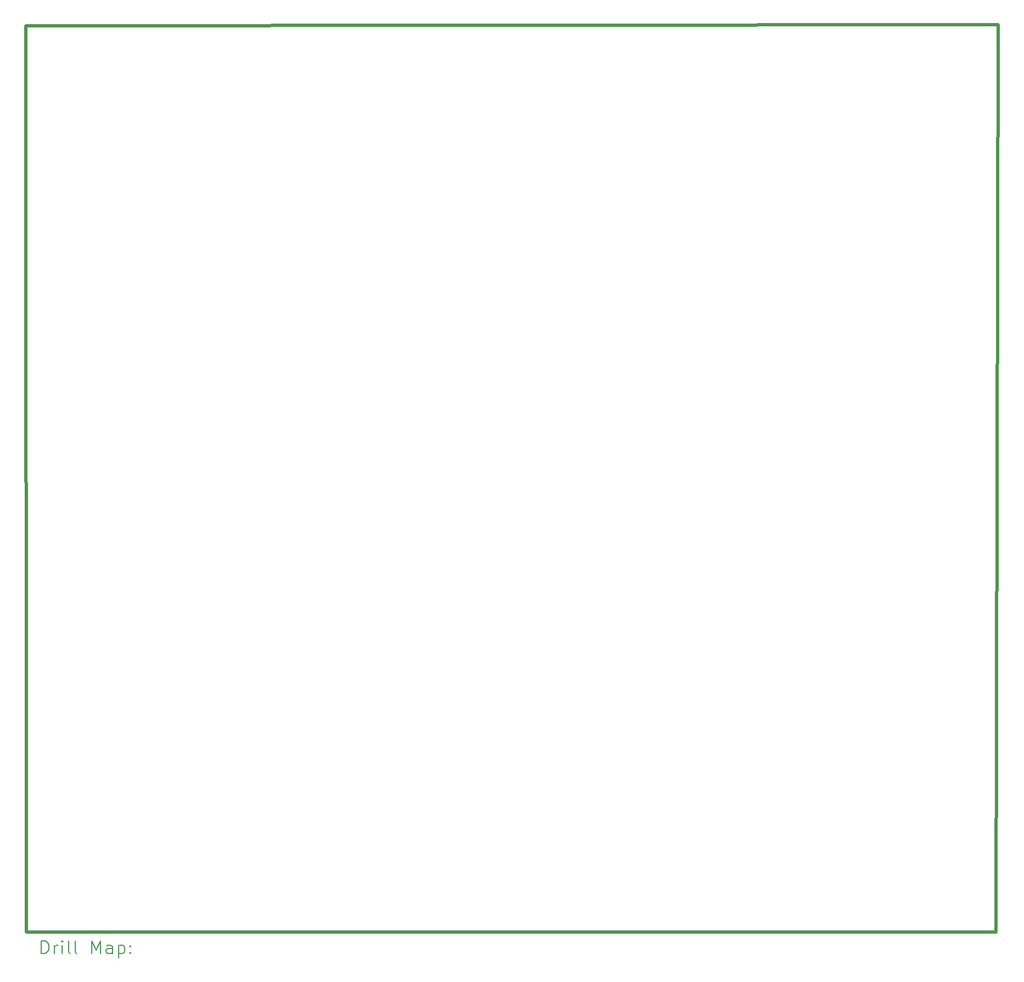
<source format=gbr>
%TF.GenerationSoftware,KiCad,Pcbnew,7.0.6*%
%TF.CreationDate,2024-01-22T18:50:32-05:00*%
%TF.ProjectId,CHESSmate PCB,43484553-536d-4617-9465-205043422e6b,rev?*%
%TF.SameCoordinates,Original*%
%TF.FileFunction,Drillmap*%
%TF.FilePolarity,Positive*%
%FSLAX45Y45*%
G04 Gerber Fmt 4.5, Leading zero omitted, Abs format (unit mm)*
G04 Created by KiCad (PCBNEW 7.0.6) date 2024-01-22 18:50:32*
%MOMM*%
%LPD*%
G01*
G04 APERTURE LIST*
%ADD10C,0.499998*%
%ADD11C,0.200000*%
G04 APERTURE END LIST*
D10*
X4135000Y-2483000D02*
X19120000Y-2468000D01*
X4137000Y-16456000D02*
X4135000Y-2483000D01*
X19085649Y-16456649D02*
X4137000Y-16456000D01*
X19120000Y-2468000D02*
X19085649Y-16456649D01*
D11*
X4370777Y-16793133D02*
X4370777Y-16593133D01*
X4370777Y-16593133D02*
X4418396Y-16593133D01*
X4418396Y-16593133D02*
X4446967Y-16602656D01*
X4446967Y-16602656D02*
X4466015Y-16621704D01*
X4466015Y-16621704D02*
X4475539Y-16640752D01*
X4475539Y-16640752D02*
X4485063Y-16678847D01*
X4485063Y-16678847D02*
X4485063Y-16707418D01*
X4485063Y-16707418D02*
X4475539Y-16745514D01*
X4475539Y-16745514D02*
X4466015Y-16764561D01*
X4466015Y-16764561D02*
X4446967Y-16783609D01*
X4446967Y-16783609D02*
X4418396Y-16793133D01*
X4418396Y-16793133D02*
X4370777Y-16793133D01*
X4570777Y-16793133D02*
X4570777Y-16659799D01*
X4570777Y-16697895D02*
X4580301Y-16678847D01*
X4580301Y-16678847D02*
X4589825Y-16669323D01*
X4589825Y-16669323D02*
X4608872Y-16659799D01*
X4608872Y-16659799D02*
X4627920Y-16659799D01*
X4694586Y-16793133D02*
X4694586Y-16659799D01*
X4694586Y-16593133D02*
X4685063Y-16602656D01*
X4685063Y-16602656D02*
X4694586Y-16612180D01*
X4694586Y-16612180D02*
X4704110Y-16602656D01*
X4704110Y-16602656D02*
X4694586Y-16593133D01*
X4694586Y-16593133D02*
X4694586Y-16612180D01*
X4818396Y-16793133D02*
X4799348Y-16783609D01*
X4799348Y-16783609D02*
X4789825Y-16764561D01*
X4789825Y-16764561D02*
X4789825Y-16593133D01*
X4923158Y-16793133D02*
X4904110Y-16783609D01*
X4904110Y-16783609D02*
X4894586Y-16764561D01*
X4894586Y-16764561D02*
X4894586Y-16593133D01*
X5151729Y-16793133D02*
X5151729Y-16593133D01*
X5151729Y-16593133D02*
X5218396Y-16735990D01*
X5218396Y-16735990D02*
X5285063Y-16593133D01*
X5285063Y-16593133D02*
X5285063Y-16793133D01*
X5466015Y-16793133D02*
X5466015Y-16688371D01*
X5466015Y-16688371D02*
X5456491Y-16669323D01*
X5456491Y-16669323D02*
X5437444Y-16659799D01*
X5437444Y-16659799D02*
X5399348Y-16659799D01*
X5399348Y-16659799D02*
X5380301Y-16669323D01*
X5466015Y-16783609D02*
X5446967Y-16793133D01*
X5446967Y-16793133D02*
X5399348Y-16793133D01*
X5399348Y-16793133D02*
X5380301Y-16783609D01*
X5380301Y-16783609D02*
X5370777Y-16764561D01*
X5370777Y-16764561D02*
X5370777Y-16745514D01*
X5370777Y-16745514D02*
X5380301Y-16726466D01*
X5380301Y-16726466D02*
X5399348Y-16716942D01*
X5399348Y-16716942D02*
X5446967Y-16716942D01*
X5446967Y-16716942D02*
X5466015Y-16707418D01*
X5561253Y-16659799D02*
X5561253Y-16859799D01*
X5561253Y-16669323D02*
X5580301Y-16659799D01*
X5580301Y-16659799D02*
X5618396Y-16659799D01*
X5618396Y-16659799D02*
X5637444Y-16669323D01*
X5637444Y-16669323D02*
X5646967Y-16678847D01*
X5646967Y-16678847D02*
X5656491Y-16697895D01*
X5656491Y-16697895D02*
X5656491Y-16755037D01*
X5656491Y-16755037D02*
X5646967Y-16774085D01*
X5646967Y-16774085D02*
X5637444Y-16783609D01*
X5637444Y-16783609D02*
X5618396Y-16793133D01*
X5618396Y-16793133D02*
X5580301Y-16793133D01*
X5580301Y-16793133D02*
X5561253Y-16783609D01*
X5742205Y-16774085D02*
X5751729Y-16783609D01*
X5751729Y-16783609D02*
X5742205Y-16793133D01*
X5742205Y-16793133D02*
X5732682Y-16783609D01*
X5732682Y-16783609D02*
X5742205Y-16774085D01*
X5742205Y-16774085D02*
X5742205Y-16793133D01*
X5742205Y-16669323D02*
X5751729Y-16678847D01*
X5751729Y-16678847D02*
X5742205Y-16688371D01*
X5742205Y-16688371D02*
X5732682Y-16678847D01*
X5732682Y-16678847D02*
X5742205Y-16669323D01*
X5742205Y-16669323D02*
X5742205Y-16688371D01*
M02*

</source>
